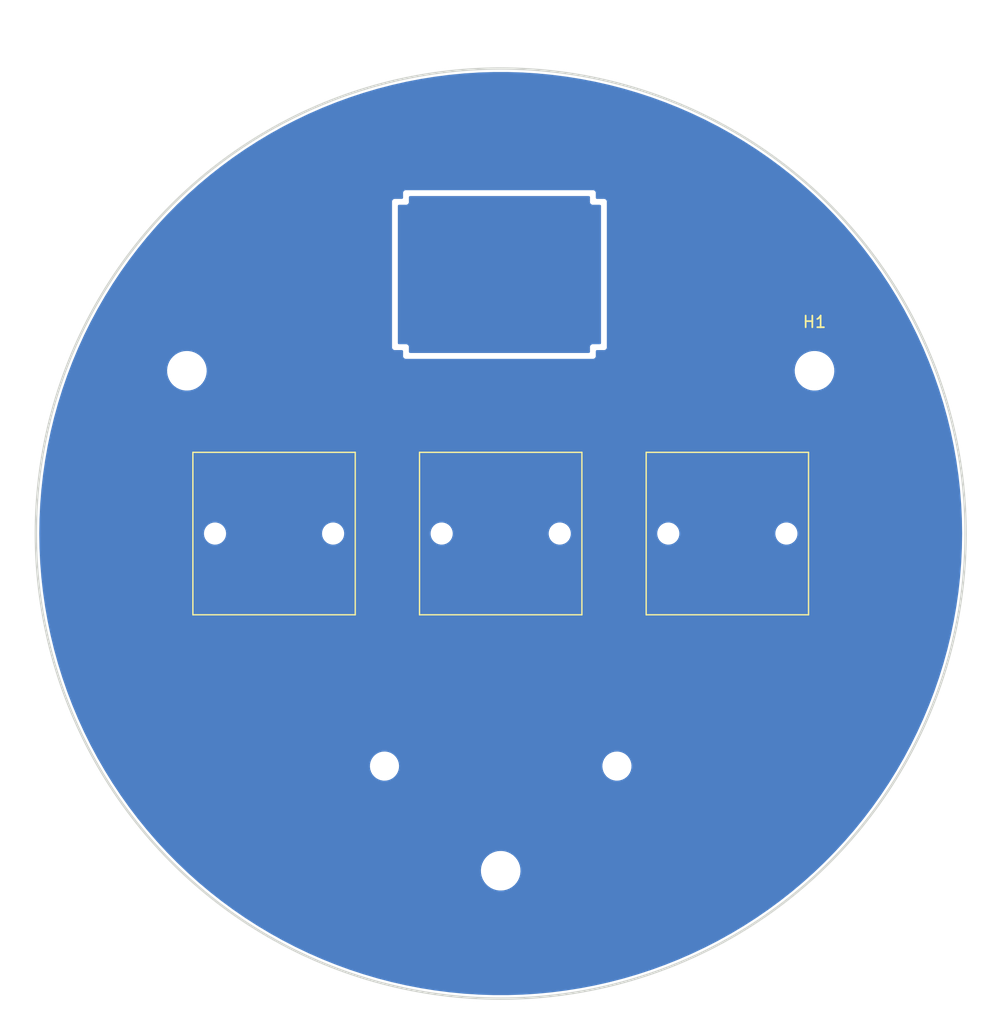
<source format=kicad_pcb>
(kicad_pcb (version 20221018) (generator pcbnew)
  (title_block (title "RP2040 Minimal Design Example") (date "2020-07-13") (rev "REV1") (company "Raspberry Pi (Trading) Ltd"))
  (layers (0 "F.Cu" signal) (31 "B.Cu" signal) (34 "B.Paste" user) (35 "F.Paste" user) (36 "B.SilkS" user "B.Silkscreen") (37 "F.SilkS" user "F.Silkscreen") (38 "B.Mask" user) (39 "F.Mask" user) (44 "Edge.Cuts" user))
  (net 0 "")
  (net 1 "GND")
  (footprint "MountingHole:MountingHole_3.2mm_M3" (layer "F.Cu") (at 100 129)
    (fp_text reference "H3" hide)
    (fp_text value "MountingHole_3.2mm_M3")
    (pad "" np_thru_hole circle (at 0 0) (size 3.2 3.2) (drill 3.2) (layers "*.Cu" "*.Mask"))
  )
  (footprint "Button_Switch_Keyboard:SW_Lekker_MX_1.00u_PCB" (layer "F.Cu") (at 119.5 100)
    (fp_text reference "REF**" hide)
    (fp_text value "SW_Lekker_MX_1.00u_PCB" hide)
    (fp_line (start -6.985 -6.985) (end 6.985 -6.985) (stroke (width 0.12)) (layer "F.SilkS"))
    (fp_line (start -6.985 6.985) (end -6.985 -6.985) (stroke (width 0.12)) (layer "F.SilkS"))
    (fp_line (start 6.985 -6.985) (end 6.985 6.985) (stroke (width 0.12)) (layer "F.SilkS"))
    (fp_line (start 6.985 6.985) (end -6.985 6.985) (stroke (width 0.12)) (layer "F.SilkS"))
    (pad "" np_thru_hole circle (at -5.08 0) (size 1.7 1.7) (drill 1.7) (layers "*.Cu" "*.Mask"))
    (pad "" np_thru_hole circle (at 5.08 0) (size 1.7 1.7) (drill 1.7) (layers "*.Cu" "*.Mask"))
  )
  (footprint "Button_Switch_Keyboard:SW_Lekker_MX_1.00u_PCB" (layer "F.Cu") (at 100 100)
    (fp_text reference "REF**" hide)
    (fp_text value "SW_Lekker_MX_1.00u_PCB" hide)
    (fp_line (start -6.985 -6.985) (end 6.985 -6.985) (stroke (width 0.12)) (layer "F.SilkS"))
    (fp_line (start -6.985 6.985) (end -6.985 -6.985) (stroke (width 0.12)) (layer "F.SilkS"))
    (fp_line (start 6.985 -6.985) (end 6.985 6.985) (stroke (width 0.12)) (layer "F.SilkS"))
    (fp_line (start 6.985 6.985) (end -6.985 6.985) (stroke (width 0.12)) (layer "F.SilkS"))
    (pad "" np_thru_hole circle (at -5.08 0) (size 1.7 1.7) (drill 1.7) (layers "*.Cu" "*.Mask"))
    (pad "" np_thru_hole circle (at 5.08 0) (size 1.7 1.7) (drill 1.7) (layers "*.Cu" "*.Mask"))
  )
  (footprint "MountingHole:pts647_tactile_switch_hole" (layer "F.Cu") (at 90 120)
    (fp_text reference "REF**" hide)
    (fp_text value "pts647_tactile_switch_hole" hide)
    (pad "" np_thru_hole circle (at 0 0) (size 2.3 2.3) (drill 2.3) (layers "F&B.Cu" "*.Mask"))
  )
  (footprint "MountingHole:MountingHole_3.2mm_M3" (layer "F.Cu") (at 73 86)
    (fp_text reference "H2" hide)
    (fp_text value "MountingHole_3.2mm_M3")
    (pad "" np_thru_hole circle (at 0 0) (size 3.2 3.2) (drill 3.2) (layers "*.Cu" "*.Mask"))
  )
  (footprint "MountingHole:MountingHole_3.2mm_M3" (layer "F.Cu") (at 127 86)
    (fp_text reference "H1" (at 0 -4.2) (layer "F.SilkS"))
    (fp_text value "MountingHole_3.2mm_M3")
    (pad "" np_thru_hole circle (at 0 0) (size 3.2 3.2) (drill 3.2) (layers "*.Cu" "*.Mask"))
  )
  (footprint "MountingHole:pts647_tactile_switch_hole" (layer "F.Cu") (at 110 120)
    (fp_text reference "REF**" hide)
    (fp_text value "pts647_tactile_switch_hole" hide)
    (pad "" np_thru_hole circle (at 0 0) (size 2.3 2.3) (drill 2.3) (layers "F&B.Cu" "*.Mask"))
  )
  (footprint "Button_Switch_Keyboard:SW_Lekker_MX_1.00u_PCB" (layer "F.Cu") (at 80.5 100)
    (fp_text reference "REF**" hide)
    (fp_text value "SW_Lekker_MX_1.00u_PCB" hide)
    (fp_line (start -6.985 -6.985) (end 6.985 -6.985) (stroke (width 0.12)) (layer "F.SilkS"))
    (fp_line (start -6.985 6.985) (end -6.985 -6.985) (stroke (width 0.12)) (layer "F.SilkS"))
    (fp_line (start 6.985 -6.985) (end 6.985 6.985) (stroke (width 0.12)) (layer "F.SilkS"))
    (fp_line (start 6.985 6.985) (end -6.985 6.985) (stroke (width 0.12)) (layer "F.SilkS"))
    (pad "" np_thru_hole circle (at -5.08 0) (size 1.7 1.7) (drill 1.7) (layers "*.Cu" "*.Mask"))
    (pad "" np_thru_hole circle (at 5.08 0) (size 1.7 1.7) (drill 1.7) (layers "*.Cu" "*.Mask"))
  )
  (footprint "Button_Switch_Keyboard:SW_Lekker_1.00u_Plate" (layer "F.Cu") (at 99.780625 77.91)
    (fp_text reference "REF**" hide)
    (fp_text value "SW_Lekker_1.00u_Plate")
    (pad "" np_thru_hole oval (at -8.88125 -0.19) (size 0.3 12.8) (drill oval 0.3 12.8) (layers "*.Cu" "*.Mask"))
    (pad "" np_thru_hole oval (at -8.40625 -6.44) (size 1.25 0.3) (drill oval 1.25 0.3) (layers "*.Cu" "*.Mask"))
    (pad "" np_thru_hole oval (at -8.40625 6.06) (size 1.25 0.3) (drill oval 1.25 0.3) (layers "*.Cu" "*.Mask"))
    (pad "" np_thru_hole oval (at -7.93125 -6.815) (size 0.3 1.05) (drill oval 0.3 1.05) (layers "*.Cu" "*.Mask"))
    (pad "" np_thru_hole oval (at -7.93125 6.435) (size 0.3 1.05) (drill oval 0.3 1.05) (layers "*.Cu" "*.Mask"))
    (pad "" np_thru_hole oval (at 0.109375 -7.19) (size 16.38125 0.3) (drill oval 16.38125 0.3) (layers "*.Cu" "*.Mask"))
    (pad "" np_thru_hole oval (at 0.109375 6.81) (size 16.38125 0.3) (drill oval 16.38125 0.3) (layers "*.Cu" "*.Mask"))
    (pad "" np_thru_hole oval (at 8.15 -6.815) (size 0.3 1.05) (drill oval 0.3 1.05) (layers "*.Cu" "*.Mask"))
    (pad "" np_thru_hole oval (at 8.15 6.435) (size 0.3 1.05) (drill oval 0.3 1.05) (layers "*.Cu" "*.Mask"))
    (pad "" np_thru_hole oval (at 8.625 -6.44) (size 1.25 0.3) (drill oval 1.25 0.3) (layers "*.Cu" "*.Mask"))
    (pad "" np_thru_hole oval (at 8.625 6.06) (size 1.25 0.3) (drill oval 1.25 0.3) (layers "*.Cu" "*.Mask"))
    (pad "" np_thru_hole oval (at 9.1 -0.19) (size 0.3 12.8) (drill oval 0.3 12.8) (layers "*.Cu" "*.Mask"))
  )
  (gr_circle (center 100 100) (end 140 100) (stroke (width 0.2)) (fill none) (layer "Edge.Cuts"))
  (zone (net 1) (net_name "GND") (layer "B.Cu") (connect_pads (clearance 0.2)) (min_thickness 0.2) (fill yes (thermal_gap 0.3) (thermal_bridge_width 0.3))
    (polygon (pts (xy 142.459999 142.221345) (xy 58.009999 142.021345) (xy 56.919999 54.321345) (xy 141.709999 54.111345)))
  )
)
</source>
